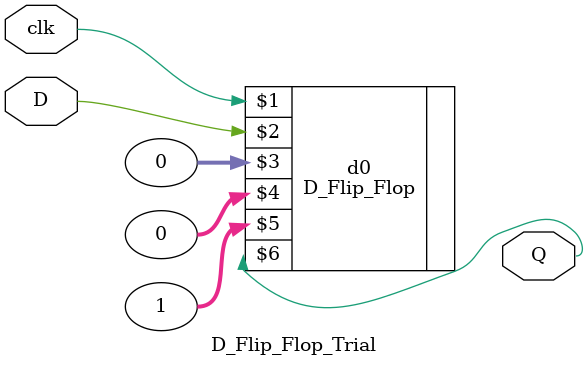
<source format=sv>

module D_Flip_Flop_Trial (
	input clk,    // Clock
	input D,
	output Q
);

D_Flip_Flop d0(clk,D,0,0,1,Q);

endmodule
</source>
